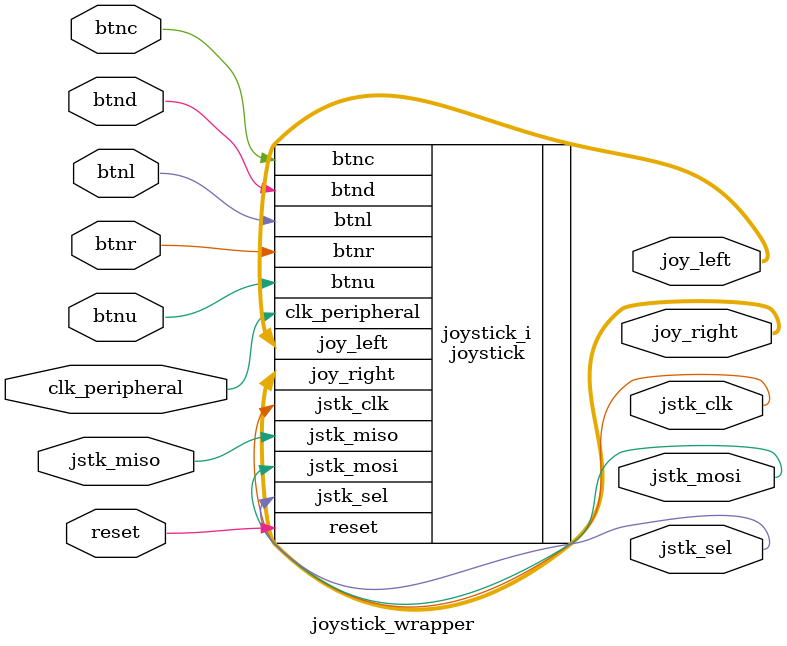
<source format=v>
`timescale 1 ps / 1 ps

module joystick_wrapper
   (btnc,
    btnd,
    btnl,
    btnr,
    btnu,
    clk_peripheral,
    joy_left,
    joy_right,
    jstk_clk,
    jstk_miso,
    jstk_mosi,
    jstk_sel,
    reset);
  input btnc;
  input btnd;
  input btnl;
  input btnr;
  input btnu;
  input clk_peripheral;
  output [10:0]joy_left;
  output [10:0]joy_right;
  output jstk_clk;
  input jstk_miso;
  output jstk_mosi;
  output jstk_sel;
  input reset;

  wire btnc;
  wire btnd;
  wire btnl;
  wire btnr;
  wire btnu;
  wire clk_peripheral;
  wire [10:0]joy_left;
  wire [10:0]joy_right;
  wire jstk_clk;
  wire jstk_miso;
  wire jstk_mosi;
  wire jstk_sel;
  wire reset;

  joystick joystick_i
       (.btnc(btnc),
        .btnd(btnd),
        .btnl(btnl),
        .btnr(btnr),
        .btnu(btnu),
        .clk_peripheral(clk_peripheral),
        .joy_left(joy_left),
        .joy_right(joy_right),
        .jstk_clk(jstk_clk),
        .jstk_miso(jstk_miso),
        .jstk_mosi(jstk_mosi),
        .jstk_sel(jstk_sel),
        .reset(reset));
endmodule

</source>
